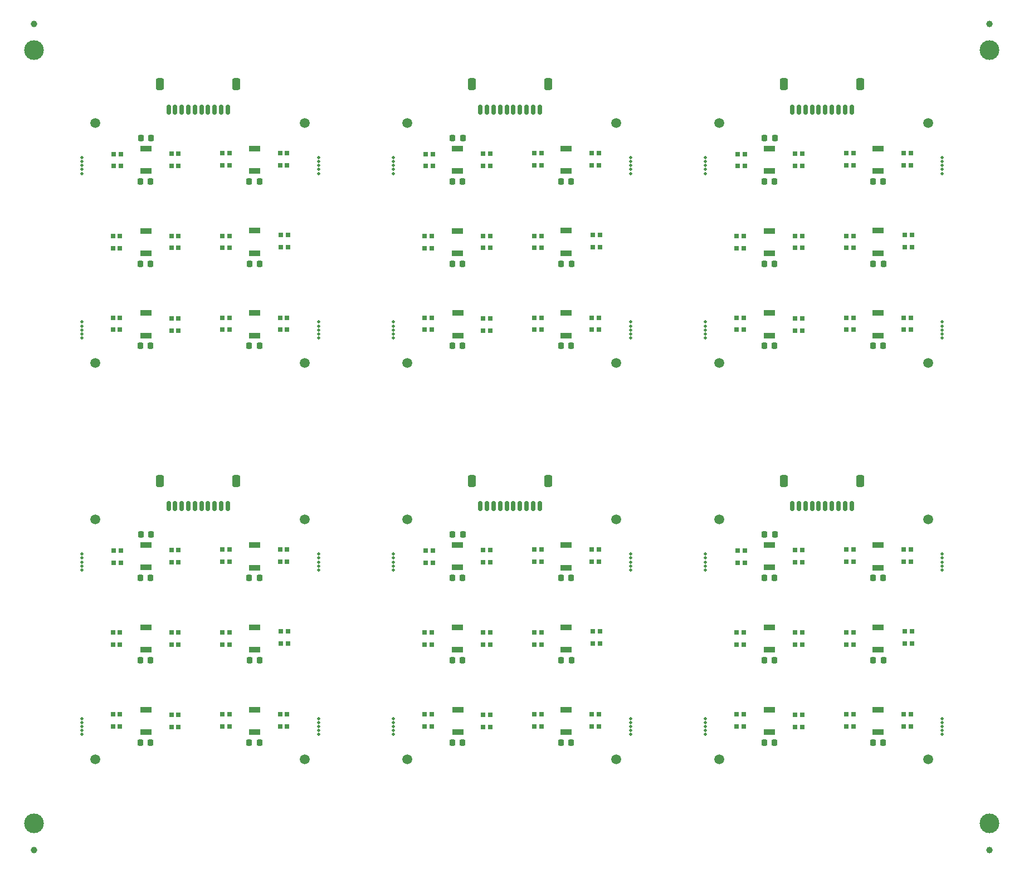
<source format=gts>
G04 #@! TF.GenerationSoftware,KiCad,Pcbnew,6.0.0-d3dd2cf0fa~116~ubuntu20.04.1*
G04 #@! TF.CreationDate,2023-02-24T21:00:06+00:00*
G04 #@! TF.ProjectId,pixel-pump-ui-board-panel,70697865-6c2d-4707-956d-702d75692d62,6*
G04 #@! TF.SameCoordinates,Original*
G04 #@! TF.FileFunction,Soldermask,Top*
G04 #@! TF.FilePolarity,Negative*
%FSLAX46Y46*%
G04 Gerber Fmt 4.6, Leading zero omitted, Abs format (unit mm)*
G04 Created by KiCad (PCBNEW 6.0.0-d3dd2cf0fa~116~ubuntu20.04.1) date 2023-02-24 21:00:06*
%MOMM*%
%LPD*%
G01*
G04 APERTURE LIST*
G04 Aperture macros list*
%AMRoundRect*
0 Rectangle with rounded corners*
0 $1 Rounding radius*
0 $2 $3 $4 $5 $6 $7 $8 $9 X,Y pos of 4 corners*
0 Add a 4 corners polygon primitive as box body*
4,1,4,$2,$3,$4,$5,$6,$7,$8,$9,$2,$3,0*
0 Add four circle primitives for the rounded corners*
1,1,$1+$1,$2,$3*
1,1,$1+$1,$4,$5*
1,1,$1+$1,$6,$7*
1,1,$1+$1,$8,$9*
0 Add four rect primitives between the rounded corners*
20,1,$1+$1,$2,$3,$4,$5,0*
20,1,$1+$1,$4,$5,$6,$7,0*
20,1,$1+$1,$6,$7,$8,$9,0*
20,1,$1+$1,$8,$9,$2,$3,0*%
G04 Aperture macros list end*
%ADD10C,0.500000*%
%ADD11RoundRect,0.225000X-0.225000X-0.250000X0.225000X-0.250000X0.225000X0.250000X-0.225000X0.250000X0*%
%ADD12R,0.700000X0.700000*%
%ADD13R,1.700000X0.900000*%
%ADD14C,3.000000*%
%ADD15C,1.500000*%
%ADD16RoundRect,0.150000X0.150000X0.625000X-0.150000X0.625000X-0.150000X-0.625000X0.150000X-0.625000X0*%
%ADD17RoundRect,0.250000X0.350000X0.650000X-0.350000X0.650000X-0.350000X-0.650000X0.350000X-0.650000X0*%
%ADD18C,1.000000*%
G04 APERTURE END LIST*
D10*
G04 #@! TO.C,REF\u002A\u002A*
X11200001Y-84214551D03*
G04 #@! TD*
D11*
G04 #@! TO.C,C7*
X114985400Y-80629751D03*
X116535400Y-80629751D03*
G04 #@! TD*
D12*
G04 #@! TO.C,U7*
X127377000Y-24470555D03*
X128477000Y-24470555D03*
X128477000Y-22640555D03*
X127377000Y-22640555D03*
G04 #@! TD*
G04 #@! TO.C,U6*
X72230000Y-109916551D03*
X73330000Y-109916551D03*
X73330000Y-108086551D03*
X72230000Y-108086551D03*
G04 #@! TD*
D13*
G04 #@! TO.C,SW1*
X68335000Y-25331755D03*
X68335000Y-21931755D03*
G04 #@! TD*
D10*
G04 #@! TO.C,REF\u002A\u002A*
X94599999Y-108614550D03*
G04 #@! TD*
G04 #@! TO.C,REF\u002A\u002A*
X58600000Y-23314556D03*
G04 #@! TD*
D11*
G04 #@! TO.C,C6*
X67534600Y-112252751D03*
X69084600Y-112252751D03*
G04 #@! TD*
D14*
G04 #@! TO.C,REF\u002A\u002A*
X4000000Y-7000000D03*
G04 #@! TD*
D15*
G04 #@! TO.C,FID4*
X92475000Y-114814551D03*
G04 #@! TD*
D11*
G04 #@! TO.C,C6*
X20134600Y-112252751D03*
X21684600Y-112252751D03*
G04 #@! TD*
D12*
G04 #@! TO.C,U10*
X41340000Y-84770551D03*
X42440000Y-84770551D03*
X42440000Y-82940551D03*
X41340000Y-82940551D03*
G04 #@! TD*
D10*
G04 #@! TO.C,REF\u002A\u002A*
X141999999Y-25714555D03*
G04 #@! TD*
D11*
G04 #@! TO.C,C4*
X114934600Y-99781351D03*
X116484600Y-99781351D03*
G04 #@! TD*
D10*
G04 #@! TO.C,REF\u002A\u002A*
X141999999Y-50114554D03*
G04 #@! TD*
G04 #@! TO.C,REF\u002A\u002A*
X94599999Y-49514554D03*
G04 #@! TD*
G04 #@! TO.C,REF\u002A\u002A*
X58600000Y-108614551D03*
G04 #@! TD*
D13*
G04 #@! TO.C,SW2*
X20935000Y-37853955D03*
X20935000Y-34453955D03*
G04 #@! TD*
G04 #@! TO.C,SW2*
X20935000Y-98153951D03*
X20935000Y-94753951D03*
G04 #@! TD*
D10*
G04 #@! TO.C,REF\u002A\u002A*
X11200001Y-23914556D03*
G04 #@! TD*
D13*
G04 #@! TO.C,SW6*
X37445000Y-37828555D03*
X37445000Y-34428555D03*
G04 #@! TD*
D14*
G04 #@! TO.C,REF\u002A\u002A*
X4000000Y-124599990D03*
G04 #@! TD*
D15*
G04 #@! TO.C,FID2*
X13275000Y-18014555D03*
G04 #@! TD*
D10*
G04 #@! TO.C,REF\u002A\u002A*
X47199999Y-25114555D03*
G04 #@! TD*
D12*
G04 #@! TO.C,U9*
X32577000Y-49489555D03*
X33677000Y-49489555D03*
X33677000Y-47659555D03*
X32577000Y-47659555D03*
G04 #@! TD*
G04 #@! TO.C,U5*
X119630000Y-37043555D03*
X120730000Y-37043555D03*
X120730000Y-35213555D03*
X119630000Y-35213555D03*
G04 #@! TD*
D13*
G04 #@! TO.C,SW4*
X132245000Y-110650751D03*
X132245000Y-107250751D03*
G04 #@! TD*
D10*
G04 #@! TO.C,REF\u002A\u002A*
X106000000Y-50714555D03*
G04 #@! TD*
G04 #@! TO.C,REF\u002A\u002A*
X141999999Y-108614550D03*
G04 #@! TD*
D12*
G04 #@! TO.C,U12*
X136140000Y-49489555D03*
X137240000Y-49489555D03*
X137240000Y-47659555D03*
X136140000Y-47659555D03*
G04 #@! TD*
D10*
G04 #@! TO.C,REF\u002A\u002A*
X47199999Y-50114554D03*
G04 #@! TD*
D11*
G04 #@! TO.C,C7*
X20185400Y-80629751D03*
X21735400Y-80629751D03*
G04 #@! TD*
D12*
G04 #@! TO.C,U6*
X24830000Y-109916551D03*
X25930000Y-109916551D03*
X25930000Y-108086551D03*
X24830000Y-108086551D03*
G04 #@! TD*
G04 #@! TO.C,U2*
X110740000Y-37081077D03*
X111840000Y-37081077D03*
X111840000Y-35251077D03*
X110740000Y-35251077D03*
G04 #@! TD*
D13*
G04 #@! TO.C,SW4*
X37445000Y-50350755D03*
X37445000Y-46950755D03*
G04 #@! TD*
D10*
G04 #@! TO.C,REF\u002A\u002A*
X11200001Y-108614551D03*
G04 #@! TD*
D13*
G04 #@! TO.C,SW6*
X37445000Y-98128551D03*
X37445000Y-94728551D03*
G04 #@! TD*
G04 #@! TO.C,SW5*
X37445000Y-25357155D03*
X37445000Y-21957155D03*
G04 #@! TD*
D11*
G04 #@! TO.C,C7*
X114985400Y-20329755D03*
X116535400Y-20329755D03*
G04 #@! TD*
D10*
G04 #@! TO.C,REF\u002A\u002A*
X58600000Y-24514556D03*
G04 #@! TD*
D11*
G04 #@! TO.C,C3*
X36670000Y-87259151D03*
X38220000Y-87259151D03*
G04 #@! TD*
D10*
G04 #@! TO.C,REF\u002A\u002A*
X11200001Y-111014551D03*
G04 #@! TD*
D12*
G04 #@! TO.C,U8*
X32577000Y-97343551D03*
X33677000Y-97343551D03*
X33677000Y-95513551D03*
X32577000Y-95513551D03*
G04 #@! TD*
G04 #@! TO.C,U8*
X127377000Y-37043555D03*
X128477000Y-37043555D03*
X128477000Y-35213555D03*
X127377000Y-35213555D03*
G04 #@! TD*
D10*
G04 #@! TO.C,REF\u002A\u002A*
X94599999Y-109814550D03*
G04 #@! TD*
G04 #@! TO.C,REF\u002A\u002A*
X141999999Y-84814550D03*
G04 #@! TD*
D12*
G04 #@! TO.C,U12*
X41340000Y-49489555D03*
X42440000Y-49489555D03*
X42440000Y-47659555D03*
X41340000Y-47659555D03*
G04 #@! TD*
D10*
G04 #@! TO.C,REF\u002A\u002A*
X141999999Y-48314554D03*
G04 #@! TD*
G04 #@! TO.C,REF\u002A\u002A*
X11200001Y-48914555D03*
G04 #@! TD*
D11*
G04 #@! TO.C,C3*
X131470000Y-87259151D03*
X133020000Y-87259151D03*
G04 #@! TD*
D10*
G04 #@! TO.C,REF\u002A\u002A*
X58600000Y-25714556D03*
G04 #@! TD*
G04 #@! TO.C,REF\u002A\u002A*
X106000000Y-23914556D03*
G04 #@! TD*
G04 #@! TO.C,REF\u002A\u002A*
X58600000Y-50714555D03*
G04 #@! TD*
D15*
G04 #@! TO.C,FID2*
X108075000Y-78314551D03*
G04 #@! TD*
D10*
G04 #@! TO.C,REF\u002A\u002A*
X106000000Y-84814551D03*
G04 #@! TD*
D15*
G04 #@! TO.C,FID4*
X92475000Y-54514555D03*
G04 #@! TD*
D12*
G04 #@! TO.C,U9*
X127377000Y-109789551D03*
X128477000Y-109789551D03*
X128477000Y-107959551D03*
X127377000Y-107959551D03*
G04 #@! TD*
D11*
G04 #@! TO.C,C1*
X131495400Y-39430555D03*
X133045400Y-39430555D03*
G04 #@! TD*
D13*
G04 #@! TO.C,SW6*
X84845000Y-37828555D03*
X84845000Y-34428555D03*
G04 #@! TD*
D12*
G04 #@! TO.C,U9*
X79977000Y-49489555D03*
X81077000Y-49489555D03*
X81077000Y-47659555D03*
X79977000Y-47659555D03*
G04 #@! TD*
D11*
G04 #@! TO.C,C5*
X36670000Y-112252751D03*
X38220000Y-112252751D03*
G04 #@! TD*
D12*
G04 #@! TO.C,U5*
X24830000Y-97343551D03*
X25930000Y-97343551D03*
X25930000Y-95513551D03*
X24830000Y-95513551D03*
G04 #@! TD*
D11*
G04 #@! TO.C,C2*
X67534600Y-87233751D03*
X69084600Y-87233751D03*
G04 #@! TD*
D16*
G04 #@! TO.C,J1*
X128210600Y-16030555D03*
X127210600Y-16030555D03*
X126210600Y-16030555D03*
X125210600Y-16030555D03*
X124210600Y-16030555D03*
X123210600Y-16030555D03*
X122210600Y-16030555D03*
X121210600Y-16030555D03*
X120210600Y-16030555D03*
X119210600Y-16030555D03*
D17*
X117910600Y-12155555D03*
X129510600Y-12155555D03*
G04 #@! TD*
D12*
G04 #@! TO.C,U5*
X24830000Y-37043555D03*
X25930000Y-37043555D03*
X25930000Y-35213555D03*
X24830000Y-35213555D03*
G04 #@! TD*
D10*
G04 #@! TO.C,REF\u002A\u002A*
X141999999Y-109814550D03*
G04 #@! TD*
G04 #@! TO.C,REF\u002A\u002A*
X11200001Y-83614551D03*
G04 #@! TD*
G04 #@! TO.C,REF\u002A\u002A*
X141999999Y-50714554D03*
G04 #@! TD*
G04 #@! TO.C,REF\u002A\u002A*
X94599999Y-23314555D03*
G04 #@! TD*
G04 #@! TO.C,REF\u002A\u002A*
X141999999Y-84214550D03*
G04 #@! TD*
D12*
G04 #@! TO.C,U1*
X63467000Y-84897551D03*
X64567000Y-84897551D03*
X64567000Y-83067551D03*
X63467000Y-83067551D03*
G04 #@! TD*
D10*
G04 #@! TO.C,REF\u002A\u002A*
X106000000Y-109814551D03*
G04 #@! TD*
G04 #@! TO.C,REF\u002A\u002A*
X11200001Y-24514556D03*
G04 #@! TD*
D11*
G04 #@! TO.C,C6*
X114934600Y-51952755D03*
X116484600Y-51952755D03*
G04 #@! TD*
D10*
G04 #@! TO.C,REF\u002A\u002A*
X106000000Y-23314556D03*
G04 #@! TD*
D13*
G04 #@! TO.C,SW1*
X20935000Y-25331755D03*
X20935000Y-21931755D03*
G04 #@! TD*
D12*
G04 #@! TO.C,U1*
X110867000Y-24597555D03*
X111967000Y-24597555D03*
X111967000Y-22767555D03*
X110867000Y-22767555D03*
G04 #@! TD*
D10*
G04 #@! TO.C,REF\u002A\u002A*
X58600000Y-49514555D03*
G04 #@! TD*
D12*
G04 #@! TO.C,U3*
X63340000Y-109789551D03*
X64440000Y-109789551D03*
X64440000Y-107959551D03*
X63340000Y-107959551D03*
G04 #@! TD*
G04 #@! TO.C,U3*
X110740000Y-109789551D03*
X111840000Y-109789551D03*
X111840000Y-107959551D03*
X110740000Y-107959551D03*
G04 #@! TD*
D10*
G04 #@! TO.C,REF\u002A\u002A*
X94599999Y-50114554D03*
G04 #@! TD*
G04 #@! TO.C,REF\u002A\u002A*
X106000000Y-48914555D03*
G04 #@! TD*
D13*
G04 #@! TO.C,SW2*
X68335000Y-98153951D03*
X68335000Y-94753951D03*
G04 #@! TD*
D10*
G04 #@! TO.C,REF\u002A\u002A*
X11200001Y-50714555D03*
G04 #@! TD*
G04 #@! TO.C,REF\u002A\u002A*
X47199999Y-84214550D03*
G04 #@! TD*
G04 #@! TO.C,REF\u002A\u002A*
X94599999Y-110414550D03*
G04 #@! TD*
D13*
G04 #@! TO.C,SW2*
X115735000Y-98153951D03*
X115735000Y-94753951D03*
G04 #@! TD*
D11*
G04 #@! TO.C,C5*
X36670000Y-51952755D03*
X38220000Y-51952755D03*
G04 #@! TD*
G04 #@! TO.C,C3*
X84070000Y-26959155D03*
X85620000Y-26959155D03*
G04 #@! TD*
D12*
G04 #@! TO.C,U10*
X88740000Y-84770551D03*
X89840000Y-84770551D03*
X89840000Y-82940551D03*
X88740000Y-82940551D03*
G04 #@! TD*
D11*
G04 #@! TO.C,C5*
X131470000Y-51952755D03*
X133020000Y-51952755D03*
G04 #@! TD*
D12*
G04 #@! TO.C,U4*
X119630000Y-84860029D03*
X120730000Y-84860029D03*
X120730000Y-83030029D03*
X119630000Y-83030029D03*
G04 #@! TD*
D10*
G04 #@! TO.C,REF\u002A\u002A*
X47199999Y-50714554D03*
G04 #@! TD*
D12*
G04 #@! TO.C,U6*
X24830000Y-49616555D03*
X25930000Y-49616555D03*
X25930000Y-47786555D03*
X24830000Y-47786555D03*
G04 #@! TD*
D16*
G04 #@! TO.C,J1*
X128210600Y-76330551D03*
X127210600Y-76330551D03*
X126210600Y-76330551D03*
X125210600Y-76330551D03*
X124210600Y-76330551D03*
X123210600Y-76330551D03*
X122210600Y-76330551D03*
X121210600Y-76330551D03*
X120210600Y-76330551D03*
X119210600Y-76330551D03*
D17*
X129510600Y-72455551D03*
X117910600Y-72455551D03*
G04 #@! TD*
D11*
G04 #@! TO.C,C4*
X20134600Y-99781351D03*
X21684600Y-99781351D03*
G04 #@! TD*
G04 #@! TO.C,C4*
X67534600Y-39481355D03*
X69084600Y-39481355D03*
G04 #@! TD*
D12*
G04 #@! TO.C,U6*
X72230000Y-49616555D03*
X73330000Y-49616555D03*
X73330000Y-47786555D03*
X72230000Y-47786555D03*
G04 #@! TD*
G04 #@! TO.C,U10*
X88740000Y-24470555D03*
X89840000Y-24470555D03*
X89840000Y-22640555D03*
X88740000Y-22640555D03*
G04 #@! TD*
D10*
G04 #@! TO.C,REF\u002A\u002A*
X106000000Y-86014551D03*
G04 #@! TD*
D15*
G04 #@! TO.C,FID4*
X45075000Y-54514555D03*
G04 #@! TD*
D12*
G04 #@! TO.C,U8*
X79977000Y-37043555D03*
X81077000Y-37043555D03*
X81077000Y-35213555D03*
X79977000Y-35213555D03*
G04 #@! TD*
D13*
G04 #@! TO.C,SW2*
X68335000Y-37853955D03*
X68335000Y-34453955D03*
G04 #@! TD*
D10*
G04 #@! TO.C,REF\u002A\u002A*
X11200001Y-84814551D03*
G04 #@! TD*
G04 #@! TO.C,REF\u002A\u002A*
X11200001Y-85414551D03*
G04 #@! TD*
G04 #@! TO.C,REF\u002A\u002A*
X58600000Y-50114555D03*
G04 #@! TD*
G04 #@! TO.C,REF\u002A\u002A*
X11200001Y-109214551D03*
G04 #@! TD*
D13*
G04 #@! TO.C,SW5*
X132245000Y-25357155D03*
X132245000Y-21957155D03*
G04 #@! TD*
D12*
G04 #@! TO.C,U12*
X136140000Y-109789551D03*
X137240000Y-109789551D03*
X137240000Y-107959551D03*
X136140000Y-107959551D03*
G04 #@! TD*
D10*
G04 #@! TO.C,REF\u002A\u002A*
X94599999Y-48914554D03*
G04 #@! TD*
D11*
G04 #@! TO.C,C7*
X20185400Y-20329755D03*
X21735400Y-20329755D03*
G04 #@! TD*
D15*
G04 #@! TO.C,FID3*
X45075000Y-18014555D03*
G04 #@! TD*
D10*
G04 #@! TO.C,REF\u002A\u002A*
X141999999Y-23314555D03*
G04 #@! TD*
G04 #@! TO.C,REF\u002A\u002A*
X58600000Y-84214551D03*
G04 #@! TD*
D12*
G04 #@! TO.C,U6*
X119630000Y-49616555D03*
X120730000Y-49616555D03*
X120730000Y-47786555D03*
X119630000Y-47786555D03*
G04 #@! TD*
D10*
G04 #@! TO.C,REF\u002A\u002A*
X106000000Y-25714556D03*
G04 #@! TD*
D15*
G04 #@! TO.C,FID3*
X45075000Y-78314551D03*
G04 #@! TD*
D12*
G04 #@! TO.C,U1*
X16067000Y-24597555D03*
X17167000Y-24597555D03*
X17167000Y-22767555D03*
X16067000Y-22767555D03*
G04 #@! TD*
G04 #@! TO.C,U3*
X110740000Y-49489555D03*
X111840000Y-49489555D03*
X111840000Y-47659555D03*
X110740000Y-47659555D03*
G04 #@! TD*
G04 #@! TO.C,U11*
X41467000Y-36916555D03*
X42567000Y-36916555D03*
X42567000Y-35086555D03*
X41467000Y-35086555D03*
G04 #@! TD*
D10*
G04 #@! TO.C,REF\u002A\u002A*
X47199999Y-48314554D03*
G04 #@! TD*
D15*
G04 #@! TO.C,FID1*
X108075000Y-54514555D03*
G04 #@! TD*
D14*
G04 #@! TO.C,REF\u002A\u002A*
X149200000Y-7000000D03*
G04 #@! TD*
D10*
G04 #@! TO.C,REF\u002A\u002A*
X11200001Y-109814551D03*
G04 #@! TD*
G04 #@! TO.C,REF\u002A\u002A*
X94599999Y-48314554D03*
G04 #@! TD*
D12*
G04 #@! TO.C,U2*
X63340000Y-97381073D03*
X64440000Y-97381073D03*
X64440000Y-95551073D03*
X63340000Y-95551073D03*
G04 #@! TD*
D11*
G04 #@! TO.C,C6*
X20134600Y-51952755D03*
X21684600Y-51952755D03*
G04 #@! TD*
D12*
G04 #@! TO.C,U3*
X15940000Y-109789551D03*
X17040000Y-109789551D03*
X17040000Y-107959551D03*
X15940000Y-107959551D03*
G04 #@! TD*
G04 #@! TO.C,U10*
X136140000Y-24470555D03*
X137240000Y-24470555D03*
X137240000Y-22640555D03*
X136140000Y-22640555D03*
G04 #@! TD*
D10*
G04 #@! TO.C,REF\u002A\u002A*
X94599999Y-83614550D03*
G04 #@! TD*
D12*
G04 #@! TO.C,U1*
X110867000Y-84897551D03*
X111967000Y-84897551D03*
X111967000Y-83067551D03*
X110867000Y-83067551D03*
G04 #@! TD*
D15*
G04 #@! TO.C,FID1*
X13275000Y-54514555D03*
G04 #@! TD*
D10*
G04 #@! TO.C,REF\u002A\u002A*
X58600000Y-109214551D03*
G04 #@! TD*
D12*
G04 #@! TO.C,U10*
X136140000Y-84770551D03*
X137240000Y-84770551D03*
X137240000Y-82940551D03*
X136140000Y-82940551D03*
G04 #@! TD*
D10*
G04 #@! TO.C,REF\u002A\u002A*
X58600000Y-23914556D03*
G04 #@! TD*
D11*
G04 #@! TO.C,C4*
X114934600Y-39481355D03*
X116484600Y-39481355D03*
G04 #@! TD*
D12*
G04 #@! TO.C,U1*
X63467000Y-24597555D03*
X64567000Y-24597555D03*
X64567000Y-22767555D03*
X63467000Y-22767555D03*
G04 #@! TD*
D15*
G04 #@! TO.C,FID2*
X13275000Y-78314551D03*
G04 #@! TD*
D12*
G04 #@! TO.C,U8*
X79977000Y-97343551D03*
X81077000Y-97343551D03*
X81077000Y-95513551D03*
X79977000Y-95513551D03*
G04 #@! TD*
G04 #@! TO.C,U7*
X79977000Y-24470555D03*
X81077000Y-24470555D03*
X81077000Y-22640555D03*
X79977000Y-22640555D03*
G04 #@! TD*
D10*
G04 #@! TO.C,REF\u002A\u002A*
X11200001Y-23314556D03*
G04 #@! TD*
D11*
G04 #@! TO.C,C1*
X36695400Y-99730551D03*
X38245400Y-99730551D03*
G04 #@! TD*
D13*
G04 #@! TO.C,SW5*
X37445000Y-85657151D03*
X37445000Y-82257151D03*
G04 #@! TD*
D12*
G04 #@! TO.C,U1*
X16067000Y-84897551D03*
X17167000Y-84897551D03*
X17167000Y-83067551D03*
X16067000Y-83067551D03*
G04 #@! TD*
D13*
G04 #@! TO.C,SW1*
X68335000Y-85631751D03*
X68335000Y-82231751D03*
G04 #@! TD*
D16*
G04 #@! TO.C,J1*
X33410600Y-16030555D03*
X32410600Y-16030555D03*
X31410600Y-16030555D03*
X30410600Y-16030555D03*
X29410600Y-16030555D03*
X28410600Y-16030555D03*
X27410600Y-16030555D03*
X26410600Y-16030555D03*
X25410600Y-16030555D03*
X24410600Y-16030555D03*
D17*
X34710600Y-12155555D03*
X23110600Y-12155555D03*
G04 #@! TD*
D11*
G04 #@! TO.C,C6*
X67534600Y-51952755D03*
X69084600Y-51952755D03*
G04 #@! TD*
D10*
G04 #@! TO.C,REF\u002A\u002A*
X11200001Y-49514555D03*
G04 #@! TD*
G04 #@! TO.C,REF\u002A\u002A*
X94599999Y-50714554D03*
G04 #@! TD*
D12*
G04 #@! TO.C,U7*
X79977000Y-84770551D03*
X81077000Y-84770551D03*
X81077000Y-82940551D03*
X79977000Y-82940551D03*
G04 #@! TD*
D15*
G04 #@! TO.C,FID4*
X139875000Y-54514555D03*
G04 #@! TD*
D11*
G04 #@! TO.C,C7*
X67585400Y-20329755D03*
X69135400Y-20329755D03*
G04 #@! TD*
D10*
G04 #@! TO.C,REF\u002A\u002A*
X47199999Y-25714555D03*
G04 #@! TD*
G04 #@! TO.C,REF\u002A\u002A*
X94599999Y-84814550D03*
G04 #@! TD*
G04 #@! TO.C,REF\u002A\u002A*
X58600000Y-83614551D03*
G04 #@! TD*
G04 #@! TO.C,REF\u002A\u002A*
X11200001Y-25714556D03*
G04 #@! TD*
G04 #@! TO.C,REF\u002A\u002A*
X94599999Y-23914555D03*
G04 #@! TD*
G04 #@! TO.C,REF\u002A\u002A*
X94599999Y-86014550D03*
G04 #@! TD*
D12*
G04 #@! TO.C,U5*
X119630000Y-97343551D03*
X120730000Y-97343551D03*
X120730000Y-95513551D03*
X119630000Y-95513551D03*
G04 #@! TD*
D15*
G04 #@! TO.C,FID2*
X108075000Y-18014555D03*
G04 #@! TD*
D13*
G04 #@! TO.C,SW6*
X84845000Y-98128551D03*
X84845000Y-94728551D03*
G04 #@! TD*
D10*
G04 #@! TO.C,REF\u002A\u002A*
X58600000Y-85414551D03*
G04 #@! TD*
G04 #@! TO.C,REF\u002A\u002A*
X94599999Y-24514555D03*
G04 #@! TD*
G04 #@! TO.C,REF\u002A\u002A*
X47199999Y-48914554D03*
G04 #@! TD*
D15*
G04 #@! TO.C,FID1*
X13275000Y-114814551D03*
G04 #@! TD*
G04 #@! TO.C,FID1*
X108075000Y-114814551D03*
G04 #@! TD*
D10*
G04 #@! TO.C,REF\u002A\u002A*
X141999999Y-23914555D03*
G04 #@! TD*
G04 #@! TO.C,REF\u002A\u002A*
X141999999Y-85414550D03*
G04 #@! TD*
G04 #@! TO.C,REF\u002A\u002A*
X11200001Y-86014551D03*
G04 #@! TD*
D11*
G04 #@! TO.C,C6*
X114934600Y-112252751D03*
X116484600Y-112252751D03*
G04 #@! TD*
D10*
G04 #@! TO.C,REF\u002A\u002A*
X106000000Y-48314555D03*
G04 #@! TD*
G04 #@! TO.C,REF\u002A\u002A*
X141999999Y-111014550D03*
G04 #@! TD*
D12*
G04 #@! TO.C,U12*
X88740000Y-109789551D03*
X89840000Y-109789551D03*
X89840000Y-107959551D03*
X88740000Y-107959551D03*
G04 #@! TD*
G04 #@! TO.C,U9*
X79977000Y-109789551D03*
X81077000Y-109789551D03*
X81077000Y-107959551D03*
X79977000Y-107959551D03*
G04 #@! TD*
D10*
G04 #@! TO.C,REF\u002A\u002A*
X58600000Y-86014551D03*
G04 #@! TD*
D12*
G04 #@! TO.C,U5*
X72230000Y-37043555D03*
X73330000Y-37043555D03*
X73330000Y-35213555D03*
X72230000Y-35213555D03*
G04 #@! TD*
G04 #@! TO.C,U8*
X127377000Y-97343551D03*
X128477000Y-97343551D03*
X128477000Y-95513551D03*
X127377000Y-95513551D03*
G04 #@! TD*
D10*
G04 #@! TO.C,REF\u002A\u002A*
X47199999Y-108614550D03*
G04 #@! TD*
G04 #@! TO.C,REF\u002A\u002A*
X141999999Y-110414550D03*
G04 #@! TD*
G04 #@! TO.C,REF\u002A\u002A*
X94599999Y-85414550D03*
G04 #@! TD*
D12*
G04 #@! TO.C,U4*
X119630000Y-24560033D03*
X120730000Y-24560033D03*
X120730000Y-22730033D03*
X119630000Y-22730033D03*
G04 #@! TD*
D11*
G04 #@! TO.C,C3*
X131470000Y-26959155D03*
X133020000Y-26959155D03*
G04 #@! TD*
G04 #@! TO.C,C3*
X84070000Y-87259151D03*
X85620000Y-87259151D03*
G04 #@! TD*
D13*
G04 #@! TO.C,SW4*
X84845000Y-110650751D03*
X84845000Y-107250751D03*
G04 #@! TD*
G04 #@! TO.C,SW3*
X68360400Y-50350755D03*
X68360400Y-46950755D03*
G04 #@! TD*
D10*
G04 #@! TO.C,REF\u002A\u002A*
X106000000Y-49514555D03*
G04 #@! TD*
D11*
G04 #@! TO.C,C1*
X36695400Y-39430555D03*
X38245400Y-39430555D03*
G04 #@! TD*
D10*
G04 #@! TO.C,REF\u002A\u002A*
X106000000Y-110414551D03*
G04 #@! TD*
G04 #@! TO.C,REF\u002A\u002A*
X47199999Y-85414550D03*
G04 #@! TD*
D12*
G04 #@! TO.C,U2*
X15940000Y-97381073D03*
X17040000Y-97381073D03*
X17040000Y-95551073D03*
X15940000Y-95551073D03*
G04 #@! TD*
D10*
G04 #@! TO.C,REF\u002A\u002A*
X47199999Y-23914555D03*
G04 #@! TD*
D12*
G04 #@! TO.C,U4*
X24830000Y-84860029D03*
X25930000Y-84860029D03*
X25930000Y-83030029D03*
X24830000Y-83030029D03*
G04 #@! TD*
G04 #@! TO.C,U11*
X41467000Y-97216551D03*
X42567000Y-97216551D03*
X42567000Y-95386551D03*
X41467000Y-95386551D03*
G04 #@! TD*
G04 #@! TO.C,U6*
X119630000Y-109916551D03*
X120730000Y-109916551D03*
X120730000Y-108086551D03*
X119630000Y-108086551D03*
G04 #@! TD*
D13*
G04 #@! TO.C,SW5*
X84845000Y-25357155D03*
X84845000Y-21957155D03*
G04 #@! TD*
D10*
G04 #@! TO.C,REF\u002A\u002A*
X106000000Y-111014551D03*
G04 #@! TD*
D12*
G04 #@! TO.C,U7*
X32577000Y-84770551D03*
X33677000Y-84770551D03*
X33677000Y-82940551D03*
X32577000Y-82940551D03*
G04 #@! TD*
D10*
G04 #@! TO.C,REF\u002A\u002A*
X47199999Y-24514555D03*
G04 #@! TD*
D11*
G04 #@! TO.C,C1*
X84095400Y-99730551D03*
X85645400Y-99730551D03*
G04 #@! TD*
D10*
G04 #@! TO.C,REF\u002A\u002A*
X47199999Y-109814550D03*
G04 #@! TD*
G04 #@! TO.C,REF\u002A\u002A*
X141999999Y-109214550D03*
G04 #@! TD*
G04 #@! TO.C,REF\u002A\u002A*
X141999999Y-25114555D03*
G04 #@! TD*
D13*
G04 #@! TO.C,SW3*
X20960400Y-110650751D03*
X20960400Y-107250751D03*
G04 #@! TD*
D12*
G04 #@! TO.C,U2*
X15940000Y-37081077D03*
X17040000Y-37081077D03*
X17040000Y-35251077D03*
X15940000Y-35251077D03*
G04 #@! TD*
G04 #@! TO.C,U2*
X63340000Y-37081077D03*
X64440000Y-37081077D03*
X64440000Y-35251077D03*
X63340000Y-35251077D03*
G04 #@! TD*
D10*
G04 #@! TO.C,REF\u002A\u002A*
X58600000Y-84814551D03*
G04 #@! TD*
D15*
G04 #@! TO.C,FID4*
X139875000Y-114814551D03*
G04 #@! TD*
D13*
G04 #@! TO.C,SW1*
X115735000Y-85631751D03*
X115735000Y-82231751D03*
G04 #@! TD*
D15*
G04 #@! TO.C,FID4*
X45075000Y-114814551D03*
G04 #@! TD*
D10*
G04 #@! TO.C,REF\u002A\u002A*
X47199999Y-23314555D03*
G04 #@! TD*
D18*
G04 #@! TO.C,REF\u002A\u002A*
X149200000Y-128599990D03*
G04 #@! TD*
D12*
G04 #@! TO.C,U4*
X24830000Y-24560033D03*
X25930000Y-24560033D03*
X25930000Y-22730033D03*
X24830000Y-22730033D03*
G04 #@! TD*
D15*
G04 #@! TO.C,FID2*
X60675000Y-18014555D03*
G04 #@! TD*
D10*
G04 #@! TO.C,REF\u002A\u002A*
X47199999Y-110414550D03*
G04 #@! TD*
D15*
G04 #@! TO.C,FID2*
X60675000Y-78314551D03*
G04 #@! TD*
D10*
G04 #@! TO.C,REF\u002A\u002A*
X106000000Y-25114556D03*
G04 #@! TD*
G04 #@! TO.C,REF\u002A\u002A*
X47199999Y-86014550D03*
G04 #@! TD*
G04 #@! TO.C,REF\u002A\u002A*
X141999999Y-24514555D03*
G04 #@! TD*
D12*
G04 #@! TO.C,U11*
X88867000Y-36916555D03*
X89967000Y-36916555D03*
X89967000Y-35086555D03*
X88867000Y-35086555D03*
G04 #@! TD*
D15*
G04 #@! TO.C,FID3*
X139875000Y-18014555D03*
G04 #@! TD*
D12*
G04 #@! TO.C,U9*
X32577000Y-109789551D03*
X33677000Y-109789551D03*
X33677000Y-107959551D03*
X32577000Y-107959551D03*
G04 #@! TD*
D13*
G04 #@! TO.C,SW3*
X115760400Y-50350755D03*
X115760400Y-46950755D03*
G04 #@! TD*
D12*
G04 #@! TO.C,U9*
X127377000Y-49489555D03*
X128477000Y-49489555D03*
X128477000Y-47659555D03*
X127377000Y-47659555D03*
G04 #@! TD*
D10*
G04 #@! TO.C,REF\u002A\u002A*
X106000000Y-84214551D03*
G04 #@! TD*
D12*
G04 #@! TO.C,U3*
X63340000Y-49489555D03*
X64440000Y-49489555D03*
X64440000Y-47659555D03*
X63340000Y-47659555D03*
G04 #@! TD*
D13*
G04 #@! TO.C,SW2*
X115735000Y-37853955D03*
X115735000Y-34453955D03*
G04 #@! TD*
D10*
G04 #@! TO.C,REF\u002A\u002A*
X94599999Y-25714555D03*
G04 #@! TD*
D11*
G04 #@! TO.C,C5*
X84070000Y-112252751D03*
X85620000Y-112252751D03*
G04 #@! TD*
D10*
G04 #@! TO.C,REF\u002A\u002A*
X106000000Y-50114555D03*
G04 #@! TD*
D11*
G04 #@! TO.C,C2*
X20134600Y-87233751D03*
X21684600Y-87233751D03*
G04 #@! TD*
D12*
G04 #@! TO.C,U3*
X15940000Y-49489555D03*
X17040000Y-49489555D03*
X17040000Y-47659555D03*
X15940000Y-47659555D03*
G04 #@! TD*
D11*
G04 #@! TO.C,C5*
X131470000Y-112252751D03*
X133020000Y-112252751D03*
G04 #@! TD*
D10*
G04 #@! TO.C,REF\u002A\u002A*
X94599999Y-109214550D03*
G04 #@! TD*
D11*
G04 #@! TO.C,C2*
X67534600Y-26933755D03*
X69084600Y-26933755D03*
G04 #@! TD*
D13*
G04 #@! TO.C,SW3*
X68360400Y-110650751D03*
X68360400Y-107250751D03*
G04 #@! TD*
D10*
G04 #@! TO.C,REF\u002A\u002A*
X58600000Y-25114556D03*
G04 #@! TD*
G04 #@! TO.C,REF\u002A\u002A*
X47199999Y-83614550D03*
G04 #@! TD*
G04 #@! TO.C,REF\u002A\u002A*
X58600000Y-111014551D03*
G04 #@! TD*
G04 #@! TO.C,REF\u002A\u002A*
X106000000Y-24514556D03*
G04 #@! TD*
G04 #@! TO.C,REF\u002A\u002A*
X106000000Y-108614551D03*
G04 #@! TD*
D12*
G04 #@! TO.C,U4*
X72230000Y-24560033D03*
X73330000Y-24560033D03*
X73330000Y-22730033D03*
X72230000Y-22730033D03*
G04 #@! TD*
G04 #@! TO.C,U8*
X32577000Y-37043555D03*
X33677000Y-37043555D03*
X33677000Y-35213555D03*
X32577000Y-35213555D03*
G04 #@! TD*
D16*
G04 #@! TO.C,J1*
X80810600Y-76330551D03*
X79810600Y-76330551D03*
X78810600Y-76330551D03*
X77810600Y-76330551D03*
X76810600Y-76330551D03*
X75810600Y-76330551D03*
X74810600Y-76330551D03*
X73810600Y-76330551D03*
X72810600Y-76330551D03*
X71810600Y-76330551D03*
D17*
X82110600Y-72455551D03*
X70510600Y-72455551D03*
G04 #@! TD*
D11*
G04 #@! TO.C,C1*
X84095400Y-39430555D03*
X85645400Y-39430555D03*
G04 #@! TD*
D10*
G04 #@! TO.C,REF\u002A\u002A*
X58600000Y-48914555D03*
G04 #@! TD*
D15*
G04 #@! TO.C,FID1*
X60675000Y-114814551D03*
G04 #@! TD*
D11*
G04 #@! TO.C,C1*
X131495400Y-99730551D03*
X133045400Y-99730551D03*
G04 #@! TD*
D12*
G04 #@! TO.C,U2*
X110740000Y-97381073D03*
X111840000Y-97381073D03*
X111840000Y-95551073D03*
X110740000Y-95551073D03*
G04 #@! TD*
G04 #@! TO.C,U11*
X136267000Y-97216551D03*
X137367000Y-97216551D03*
X137367000Y-95386551D03*
X136267000Y-95386551D03*
G04 #@! TD*
D10*
G04 #@! TO.C,REF\u002A\u002A*
X141999999Y-83614550D03*
G04 #@! TD*
G04 #@! TO.C,REF\u002A\u002A*
X11200001Y-25114556D03*
G04 #@! TD*
D16*
G04 #@! TO.C,J1*
X33410600Y-76330551D03*
X32410600Y-76330551D03*
X31410600Y-76330551D03*
X30410600Y-76330551D03*
X29410600Y-76330551D03*
X28410600Y-76330551D03*
X27410600Y-76330551D03*
X26410600Y-76330551D03*
X25410600Y-76330551D03*
X24410600Y-76330551D03*
D17*
X23110600Y-72455551D03*
X34710600Y-72455551D03*
G04 #@! TD*
D10*
G04 #@! TO.C,REF\u002A\u002A*
X58600000Y-48314555D03*
G04 #@! TD*
D11*
G04 #@! TO.C,C2*
X114934600Y-87233751D03*
X116484600Y-87233751D03*
G04 #@! TD*
D10*
G04 #@! TO.C,REF\u002A\u002A*
X47199999Y-111014550D03*
G04 #@! TD*
D13*
G04 #@! TO.C,SW1*
X115735000Y-25331755D03*
X115735000Y-21931755D03*
G04 #@! TD*
D10*
G04 #@! TO.C,REF\u002A\u002A*
X106000000Y-85414551D03*
G04 #@! TD*
G04 #@! TO.C,REF\u002A\u002A*
X94599999Y-111014550D03*
G04 #@! TD*
G04 #@! TO.C,REF\u002A\u002A*
X141999999Y-49514554D03*
G04 #@! TD*
D11*
G04 #@! TO.C,C2*
X114934600Y-26933755D03*
X116484600Y-26933755D03*
G04 #@! TD*
D10*
G04 #@! TO.C,REF\u002A\u002A*
X106000000Y-109214551D03*
G04 #@! TD*
D13*
G04 #@! TO.C,SW6*
X132245000Y-98128551D03*
X132245000Y-94728551D03*
G04 #@! TD*
D18*
G04 #@! TO.C,REF\u002A\u002A*
X149200000Y-3000000D03*
G04 #@! TD*
D12*
G04 #@! TO.C,U7*
X127377000Y-84770551D03*
X128477000Y-84770551D03*
X128477000Y-82940551D03*
X127377000Y-82940551D03*
G04 #@! TD*
G04 #@! TO.C,U5*
X72230000Y-97343551D03*
X73330000Y-97343551D03*
X73330000Y-95513551D03*
X72230000Y-95513551D03*
G04 #@! TD*
D10*
G04 #@! TO.C,REF\u002A\u002A*
X94599999Y-25114555D03*
G04 #@! TD*
G04 #@! TO.C,REF\u002A\u002A*
X47199999Y-49514554D03*
G04 #@! TD*
D13*
G04 #@! TO.C,SW3*
X20960400Y-50350755D03*
X20960400Y-46950755D03*
G04 #@! TD*
G04 #@! TO.C,SW4*
X84845000Y-50350755D03*
X84845000Y-46950755D03*
G04 #@! TD*
D15*
G04 #@! TO.C,FID3*
X139875000Y-78314551D03*
G04 #@! TD*
D16*
G04 #@! TO.C,J1*
X80810600Y-16030555D03*
X79810600Y-16030555D03*
X78810600Y-16030555D03*
X77810600Y-16030555D03*
X76810600Y-16030555D03*
X75810600Y-16030555D03*
X74810600Y-16030555D03*
X73810600Y-16030555D03*
X72810600Y-16030555D03*
X71810600Y-16030555D03*
D17*
X82110600Y-12155555D03*
X70510600Y-12155555D03*
G04 #@! TD*
D15*
G04 #@! TO.C,FID1*
X60675000Y-54514555D03*
G04 #@! TD*
D10*
G04 #@! TO.C,REF\u002A\u002A*
X11200001Y-110414551D03*
G04 #@! TD*
D11*
G04 #@! TO.C,C7*
X67585400Y-80629751D03*
X69135400Y-80629751D03*
G04 #@! TD*
D13*
G04 #@! TO.C,SW6*
X132245000Y-37828555D03*
X132245000Y-34428555D03*
G04 #@! TD*
D10*
G04 #@! TO.C,REF\u002A\u002A*
X94599999Y-84214550D03*
G04 #@! TD*
D12*
G04 #@! TO.C,U4*
X72230000Y-84860029D03*
X73330000Y-84860029D03*
X73330000Y-83030029D03*
X72230000Y-83030029D03*
G04 #@! TD*
G04 #@! TO.C,U12*
X41340000Y-109789551D03*
X42440000Y-109789551D03*
X42440000Y-107959551D03*
X41340000Y-107959551D03*
G04 #@! TD*
G04 #@! TO.C,U11*
X136267000Y-36916555D03*
X137367000Y-36916555D03*
X137367000Y-35086555D03*
X136267000Y-35086555D03*
G04 #@! TD*
D13*
G04 #@! TO.C,SW1*
X20935000Y-85631751D03*
X20935000Y-82231751D03*
G04 #@! TD*
G04 #@! TO.C,SW5*
X84845000Y-85657151D03*
X84845000Y-82257151D03*
G04 #@! TD*
D18*
G04 #@! TO.C,REF\u002A\u002A*
X4000000Y-128599990D03*
G04 #@! TD*
D12*
G04 #@! TO.C,U11*
X88867000Y-97216551D03*
X89967000Y-97216551D03*
X89967000Y-95386551D03*
X88867000Y-95386551D03*
G04 #@! TD*
D18*
G04 #@! TO.C,REF\u002A\u002A*
X4000000Y-3000000D03*
G04 #@! TD*
D10*
G04 #@! TO.C,REF\u002A\u002A*
X141999999Y-86014550D03*
G04 #@! TD*
G04 #@! TO.C,REF\u002A\u002A*
X141999999Y-48914554D03*
G04 #@! TD*
D12*
G04 #@! TO.C,U12*
X88740000Y-49489555D03*
X89840000Y-49489555D03*
X89840000Y-47659555D03*
X88740000Y-47659555D03*
G04 #@! TD*
D11*
G04 #@! TO.C,C4*
X67534600Y-99781351D03*
X69084600Y-99781351D03*
G04 #@! TD*
G04 #@! TO.C,C4*
X20134600Y-39481355D03*
X21684600Y-39481355D03*
G04 #@! TD*
D13*
G04 #@! TO.C,SW4*
X132245000Y-50350755D03*
X132245000Y-46950755D03*
G04 #@! TD*
D15*
G04 #@! TO.C,FID3*
X92475000Y-78314551D03*
G04 #@! TD*
D10*
G04 #@! TO.C,REF\u002A\u002A*
X11200001Y-48314555D03*
G04 #@! TD*
G04 #@! TO.C,REF\u002A\u002A*
X58600000Y-110414551D03*
G04 #@! TD*
D11*
G04 #@! TO.C,C2*
X20134600Y-26933755D03*
X21684600Y-26933755D03*
G04 #@! TD*
D13*
G04 #@! TO.C,SW3*
X115760400Y-110650751D03*
X115760400Y-107250751D03*
G04 #@! TD*
D11*
G04 #@! TO.C,C5*
X84070000Y-51952755D03*
X85620000Y-51952755D03*
G04 #@! TD*
G04 #@! TO.C,C3*
X36670000Y-26959155D03*
X38220000Y-26959155D03*
G04 #@! TD*
D13*
G04 #@! TO.C,SW5*
X132245000Y-85657151D03*
X132245000Y-82257151D03*
G04 #@! TD*
D15*
G04 #@! TO.C,FID3*
X92475000Y-18014555D03*
G04 #@! TD*
D10*
G04 #@! TO.C,REF\u002A\u002A*
X11200001Y-50114555D03*
G04 #@! TD*
D13*
G04 #@! TO.C,SW4*
X37445000Y-110650751D03*
X37445000Y-107250751D03*
G04 #@! TD*
D10*
G04 #@! TO.C,REF\u002A\u002A*
X106000000Y-83614551D03*
G04 #@! TD*
D14*
G04 #@! TO.C,REF\u002A\u002A*
X149200000Y-124599990D03*
G04 #@! TD*
D10*
G04 #@! TO.C,REF\u002A\u002A*
X47199999Y-109214550D03*
G04 #@! TD*
G04 #@! TO.C,REF\u002A\u002A*
X58600000Y-109814551D03*
G04 #@! TD*
D12*
G04 #@! TO.C,U10*
X41340000Y-24470555D03*
X42440000Y-24470555D03*
X42440000Y-22640555D03*
X41340000Y-22640555D03*
G04 #@! TD*
D10*
G04 #@! TO.C,REF\u002A\u002A*
X47199999Y-84814550D03*
G04 #@! TD*
D12*
G04 #@! TO.C,U7*
X32577000Y-24470555D03*
X33677000Y-24470555D03*
X33677000Y-22640555D03*
X32577000Y-22640555D03*
G04 #@! TD*
M02*

</source>
